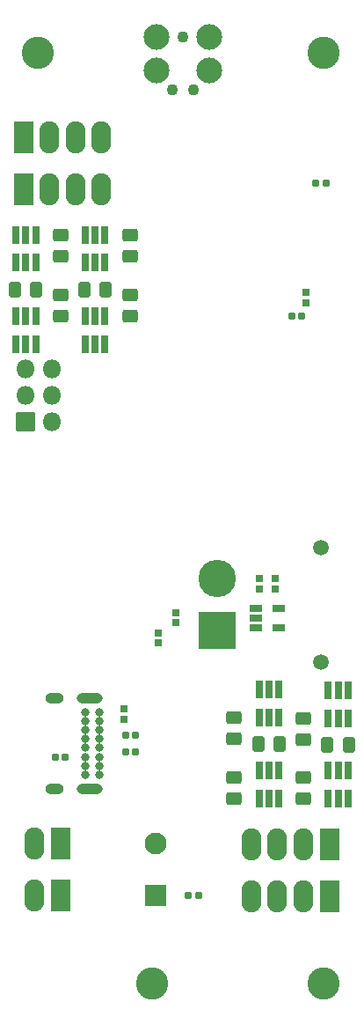
<source format=gbr>
%TF.GenerationSoftware,KiCad,Pcbnew,(6.0.2)*%
%TF.CreationDate,2022-04-15T22:59:47-04:00*%
%TF.ProjectId,Nova,4e6f7661-2e6b-4696-9361-645f70636258,rev?*%
%TF.SameCoordinates,Original*%
%TF.FileFunction,Soldermask,Bot*%
%TF.FilePolarity,Negative*%
%FSLAX46Y46*%
G04 Gerber Fmt 4.6, Leading zero omitted, Abs format (unit mm)*
G04 Created by KiCad (PCBNEW (6.0.2)) date 2022-04-15 22:59:47*
%MOMM*%
%LPD*%
G01*
G04 APERTURE LIST*
G04 Aperture macros list*
%AMRoundRect*
0 Rectangle with rounded corners*
0 $1 Rounding radius*
0 $2 $3 $4 $5 $6 $7 $8 $9 X,Y pos of 4 corners*
0 Add a 4 corners polygon primitive as box body*
4,1,4,$2,$3,$4,$5,$6,$7,$8,$9,$2,$3,0*
0 Add four circle primitives for the rounded corners*
1,1,$1+$1,$2,$3*
1,1,$1+$1,$4,$5*
1,1,$1+$1,$6,$7*
1,1,$1+$1,$8,$9*
0 Add four rect primitives between the rounded corners*
20,1,$1+$1,$2,$3,$4,$5,0*
20,1,$1+$1,$4,$5,$6,$7,0*
20,1,$1+$1,$6,$7,$8,$9,0*
20,1,$1+$1,$8,$9,$2,$3,0*%
G04 Aperture macros list end*
%ADD10RoundRect,0.050000X1.000000X-1.000000X1.000000X1.000000X-1.000000X1.000000X-1.000000X-1.000000X0*%
%ADD11C,2.100000*%
%ADD12C,3.100000*%
%ADD13RoundRect,0.050000X0.900000X1.500000X-0.900000X1.500000X-0.900000X-1.500000X0.900000X-1.500000X0*%
%ADD14O,1.900000X3.100000*%
%ADD15RoundRect,0.050000X-0.900000X-1.500000X0.900000X-1.500000X0.900000X1.500000X-0.900000X1.500000X0*%
%ADD16C,0.800000*%
%ADD17O,1.800000X1.000000*%
%ADD18O,2.500000X1.000000*%
%ADD19C,1.500000*%
%ADD20RoundRect,0.050000X-1.750000X1.750000X-1.750000X-1.750000X1.750000X-1.750000X1.750000X1.750000X0*%
%ADD21C,3.600000*%
%ADD22RoundRect,0.050000X0.850000X0.850000X-0.850000X0.850000X-0.850000X-0.850000X0.850000X-0.850000X0*%
%ADD23O,1.800000X1.800000*%
%ADD24C,1.091000*%
%ADD25C,2.475000*%
%ADD26RoundRect,0.197500X-0.172500X0.147500X-0.172500X-0.147500X0.172500X-0.147500X0.172500X0.147500X0*%
%ADD27RoundRect,0.197500X0.172500X-0.147500X0.172500X0.147500X-0.172500X0.147500X-0.172500X-0.147500X0*%
%ADD28RoundRect,0.197500X-0.147500X-0.172500X0.147500X-0.172500X0.147500X0.172500X-0.147500X0.172500X0*%
%ADD29RoundRect,0.197500X0.147500X0.172500X-0.147500X0.172500X-0.147500X-0.172500X0.147500X-0.172500X0*%
%ADD30RoundRect,0.050000X-0.325000X0.780000X-0.325000X-0.780000X0.325000X-0.780000X0.325000X0.780000X0*%
%ADD31RoundRect,0.050000X0.325000X-0.780000X0.325000X0.780000X-0.325000X0.780000X-0.325000X-0.780000X0*%
%ADD32RoundRect,0.300000X-0.450000X0.325000X-0.450000X-0.325000X0.450000X-0.325000X0.450000X0.325000X0*%
%ADD33RoundRect,0.300000X0.450000X-0.325000X0.450000X0.325000X-0.450000X0.325000X-0.450000X-0.325000X0*%
%ADD34RoundRect,0.300000X0.325000X0.450000X-0.325000X0.450000X-0.325000X-0.450000X0.325000X-0.450000X0*%
%ADD35RoundRect,0.300000X-0.325000X-0.450000X0.325000X-0.450000X0.325000X0.450000X-0.325000X0.450000X0*%
%ADD36RoundRect,0.050000X-0.530000X-0.325000X0.530000X-0.325000X0.530000X0.325000X-0.530000X0.325000X0*%
G04 APERTURE END LIST*
D10*
%TO.C,C24*%
X157350000Y-130050000D03*
D11*
X157350000Y-125050000D03*
%TD*%
D12*
%TO.C,H1*%
X173500000Y-49000000D03*
%TD*%
%TO.C,H2*%
X146000000Y-49000000D03*
%TD*%
%TO.C,H3*%
X173500000Y-138500000D03*
%TD*%
%TO.C,H4*%
X157000000Y-138500000D03*
%TD*%
D13*
%TO.C,J4*%
X148200000Y-130050000D03*
X148200000Y-125050000D03*
D14*
X145700000Y-125050000D03*
X145700000Y-130050000D03*
%TD*%
D15*
%TO.C,J5*%
X144618800Y-62150000D03*
X144618800Y-57150000D03*
D14*
X147118800Y-57150000D03*
X147118800Y-62150000D03*
X149618800Y-57150000D03*
X149618800Y-62150000D03*
X152118800Y-62150000D03*
X152118800Y-57150000D03*
%TD*%
D13*
%TO.C,J6*%
X174075000Y-130125000D03*
X174075000Y-125125000D03*
D14*
X171575000Y-125125000D03*
X171575000Y-130125000D03*
X169075000Y-125125000D03*
X169075000Y-130125000D03*
X166575000Y-125125000D03*
X166575000Y-130125000D03*
%TD*%
D16*
%TO.C,J7*%
X151950000Y-112450000D03*
X151950000Y-113300000D03*
X151950000Y-114150000D03*
X151950000Y-115000000D03*
X151950000Y-115850000D03*
X151950000Y-116700000D03*
X151950000Y-117550000D03*
X151950000Y-118400000D03*
X150600000Y-118400000D03*
X150600000Y-117550000D03*
X150600000Y-116700000D03*
X150600000Y-115850000D03*
X150600000Y-115000000D03*
X150600000Y-114150000D03*
X150600000Y-113300000D03*
X150600000Y-112450000D03*
D17*
X147590000Y-111100000D03*
X147590000Y-119750000D03*
D18*
X150970000Y-119750000D03*
X150970000Y-111100000D03*
%TD*%
D19*
%TO.C,xt1*%
X173300000Y-107575000D03*
X173300000Y-96575000D03*
D20*
X163300000Y-104575000D03*
D21*
X163300000Y-99575000D03*
%TD*%
D22*
%TO.C,J2*%
X144840000Y-84480000D03*
D23*
X147380000Y-84480000D03*
X144840000Y-81940000D03*
X147380000Y-81940000D03*
X144840000Y-79400000D03*
X147380000Y-79400000D03*
%TD*%
D24*
%TO.C,J1*%
X158944400Y-52575600D03*
X160976400Y-52575600D03*
X159960400Y-47495600D03*
D25*
X157420400Y-50670600D03*
X162500400Y-47495600D03*
X157420400Y-47495600D03*
X162500400Y-50670600D03*
%TD*%
D26*
%TO.C,C1*%
X157640000Y-104795000D03*
X157640000Y-105765000D03*
%TD*%
D27*
%TO.C,C2*%
X159300000Y-103785000D03*
X159300000Y-102815000D03*
%TD*%
D28*
%TO.C,C4*%
X154465000Y-116200000D03*
X155435000Y-116200000D03*
%TD*%
%TO.C,C25*%
X172795000Y-61535000D03*
X173765000Y-61535000D03*
%TD*%
D29*
%TO.C,C26*%
X171410000Y-74350000D03*
X170440000Y-74350000D03*
%TD*%
D28*
%TO.C,C28*%
X154440000Y-114650000D03*
X155410000Y-114650000D03*
%TD*%
D30*
%TO.C,Q1*%
X143900000Y-66500000D03*
X144850000Y-66500000D03*
X145800000Y-66500000D03*
X145800000Y-69200000D03*
X144850000Y-69200000D03*
X143900000Y-69200000D03*
%TD*%
%TO.C,Q2*%
X143900000Y-74350000D03*
X144850000Y-74350000D03*
X145800000Y-74350000D03*
X145800000Y-77050000D03*
X144850000Y-77050000D03*
X143900000Y-77050000D03*
%TD*%
%TO.C,Q3*%
X150575000Y-66500000D03*
X151525000Y-66500000D03*
X152475000Y-66500000D03*
X152475000Y-69200000D03*
X151525000Y-69200000D03*
X150575000Y-69200000D03*
%TD*%
%TO.C,Q4*%
X150575000Y-74325000D03*
X151525000Y-74325000D03*
X152475000Y-74325000D03*
X152475000Y-77025000D03*
X151525000Y-77025000D03*
X150575000Y-77025000D03*
%TD*%
D31*
%TO.C,Q5*%
X175875000Y-120750000D03*
X174925000Y-120750000D03*
X173975000Y-120750000D03*
X173975000Y-118050000D03*
X174925000Y-118050000D03*
X175875000Y-118050000D03*
%TD*%
%TO.C,Q6*%
X175875000Y-112975000D03*
X174925000Y-112975000D03*
X173975000Y-112975000D03*
X173975000Y-110275000D03*
X174925000Y-110275000D03*
X175875000Y-110275000D03*
%TD*%
%TO.C,Q7*%
X169225000Y-120750000D03*
X168275000Y-120750000D03*
X167325000Y-120750000D03*
X167325000Y-118050000D03*
X168275000Y-118050000D03*
X169225000Y-118050000D03*
%TD*%
%TO.C,Q8*%
X169225000Y-112950000D03*
X168275000Y-112950000D03*
X167325000Y-112950000D03*
X167325000Y-110250000D03*
X168275000Y-110250000D03*
X169225000Y-110250000D03*
%TD*%
D28*
%TO.C,R5*%
X160515000Y-130050000D03*
X161485000Y-130050000D03*
%TD*%
D32*
%TO.C,R8*%
X148225000Y-66500000D03*
X148225000Y-68550000D03*
%TD*%
D33*
%TO.C,R9*%
X148200000Y-74350000D03*
X148200000Y-72300000D03*
%TD*%
D34*
%TO.C,R10*%
X145875000Y-71750000D03*
X143825000Y-71750000D03*
%TD*%
D32*
%TO.C,R11*%
X154875000Y-66500000D03*
X154875000Y-68550000D03*
%TD*%
D33*
%TO.C,R12*%
X154875000Y-74325000D03*
X154875000Y-72275000D03*
%TD*%
D34*
%TO.C,R13*%
X152550000Y-71775000D03*
X150500000Y-71775000D03*
%TD*%
D33*
%TO.C,R14*%
X171575000Y-120750000D03*
X171575000Y-118700000D03*
%TD*%
D32*
%TO.C,R15*%
X171575000Y-112975000D03*
X171575000Y-115025000D03*
%TD*%
D35*
%TO.C,R16*%
X173900000Y-115525000D03*
X175950000Y-115525000D03*
%TD*%
D33*
%TO.C,R17*%
X164925000Y-120750000D03*
X164925000Y-118700000D03*
%TD*%
D32*
%TO.C,R18*%
X164925000Y-112950000D03*
X164925000Y-115000000D03*
%TD*%
D26*
%TO.C,R19*%
X167325000Y-99590000D03*
X167325000Y-100560000D03*
%TD*%
D27*
%TO.C,R20*%
X168825000Y-100560000D03*
X168825000Y-99590000D03*
%TD*%
D26*
%TO.C,R21*%
X154300000Y-112115000D03*
X154300000Y-113085000D03*
%TD*%
D29*
%TO.C,R22*%
X148635000Y-116700000D03*
X147665000Y-116700000D03*
%TD*%
D35*
%TO.C,R23*%
X167250000Y-115500000D03*
X169300000Y-115500000D03*
%TD*%
D26*
%TO.C,R37*%
X171796800Y-72069800D03*
X171796800Y-73039800D03*
%TD*%
D36*
%TO.C,U5*%
X167020000Y-104315000D03*
X167020000Y-103365000D03*
X167020000Y-102415000D03*
X169220000Y-102415000D03*
X169220000Y-104315000D03*
%TD*%
M02*

</source>
